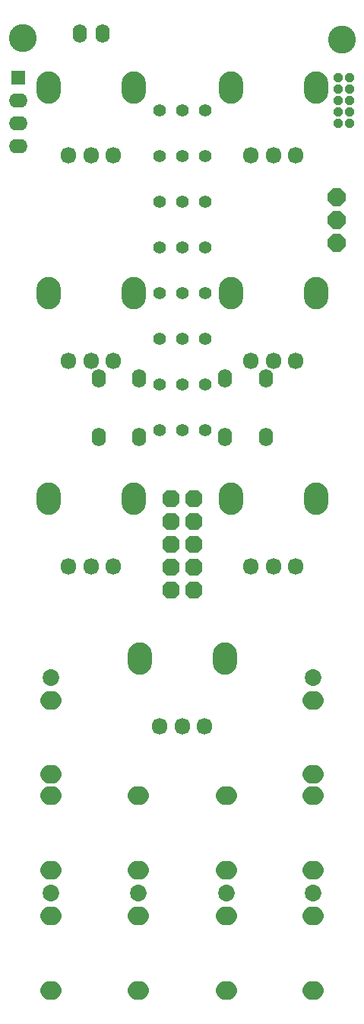
<source format=gbs>
G04 DipTrace 3.2.0.1*
G04 beehive.GBS*
%MOIN*%
G04 #@! TF.FileFunction,Soldermask,Bot*
G04 #@! TF.Part,Single*
%AMOUTLINE34*
4,1,8,
-0.039108,0.016199,
-0.016199,0.039108,
0.016199,0.039108,
0.039108,0.016199,
0.039108,-0.016199,
0.016199,-0.039108,
-0.016199,-0.039108,
-0.039108,-0.016199,
-0.039108,0.016199,
0*%
%AMOUTLINE67*
4,1,16,
-0.005451,0.0415,
-0.023051,0.037483,
-0.037527,0.025939,
-0.04556,0.009258,
-0.04556,-0.009258,
-0.037527,-0.025939,
-0.023051,-0.037483,
-0.005451,-0.0415,
0.005451,-0.0415,
0.023051,-0.037483,
0.037527,-0.025939,
0.04556,-0.009258,
0.04556,0.009258,
0.037527,0.025939,
0.023051,0.037483,
0.005451,0.0415,
-0.005451,0.0415,
0*%
%AMOUTLINE69*
4,1,8,
0.008419,0.020325,
0.020325,0.008419,
0.020325,-0.008419,
0.008419,-0.020325,
-0.008419,-0.020325,
-0.020325,-0.008419,
-0.020325,0.008419,
-0.008419,0.020325,
0.008419,0.020325,
0*%
%AMOUTLINE71*
4,1,4,
0.030163,-0.03016,
-0.030114,-0.030208,
-0.030211,0.030118,
0.030163,0.030166,
0.030163,-0.03016,
0*%
%AMOUTLINE74*
4,1,8,
-0.015816,-0.038184,
-0.038184,-0.015816,
-0.038184,0.015816,
-0.015816,0.038184,
0.015816,0.038184,
0.038184,0.015816,
0.038184,-0.015816,
0.015816,-0.038184,
-0.015816,-0.038184,
0*%
%AMOUTLINE89*
4,1,16,
0.054,0.017951,
0.048745,0.040974,
0.033733,0.0598,
0.012039,0.070247,
-0.012039,0.070247,
-0.033733,0.0598,
-0.048745,0.040974,
-0.054,0.017951,
-0.054,-0.017951,
-0.048745,-0.040974,
-0.033733,-0.0598,
-0.012039,-0.070247,
0.012039,-0.070247,
0.033733,-0.0598,
0.048745,-0.040974,
0.054,-0.017951,
0.054,0.017951,
0*%
%ADD49C,0.122047*%
%ADD59O,0.068X0.073*%
%ADD61C,0.055559*%
%ADD63O,0.082X0.062*%
%ADD65O,0.062X0.082*%
%ADD67C,0.073*%
%ADD116OUTLINE34*%
%ADD149OUTLINE67*%
%ADD151OUTLINE69*%
%ADD153OUTLINE71*%
%ADD156OUTLINE74*%
%ADD171OUTLINE89*%
%FSLAX26Y26*%
G04*
G70*
G90*
G75*
G01*
G04 BotMask*
%LPD*%
D116*
X1857273Y3714999D3*
Y3814999D3*
Y3914999D3*
D149*
X1372827Y969412D3*
Y1294412D3*
D67*
Y869412D3*
D149*
X1754078Y1712161D3*
Y1387161D3*
D67*
Y1812161D3*
D149*
X985327Y969412D3*
Y1294412D3*
D67*
Y869412D3*
D149*
X604078Y1712161D3*
Y1387161D3*
D67*
Y1812161D3*
D149*
Y969412D3*
Y1294412D3*
D67*
Y869412D3*
D149*
X1754078Y768412D3*
Y443412D3*
D67*
Y868412D3*
D149*
Y969412D3*
Y1294412D3*
D67*
Y869412D3*
D149*
X1372827Y768412D3*
Y443412D3*
D67*
Y868412D3*
D149*
X985327Y768412D3*
Y443412D3*
D67*
Y868412D3*
D149*
X604078Y768412D3*
Y443412D3*
D67*
Y868412D3*
D151*
X1913949Y4238955D3*
X1863950D3*
X1913949Y4288955D3*
X1863950D3*
X1913949Y4338955D3*
X1863950D3*
X1913949Y4388955D3*
X1863950D3*
X1913949Y4438955D3*
X1863950D3*
D65*
X729078Y4631412D3*
X829078D3*
D153*
X460327Y4439849D3*
D63*
Y4339849D3*
Y4239849D3*
Y4139849D3*
D156*
X1129078Y2593912D3*
X1229078D3*
X1129078Y2493912D3*
X1229078D3*
X1129078Y2393912D3*
X1229078D3*
X1129078Y2293912D3*
X1229078D3*
X1129078Y2193912D3*
X1229078D3*
D61*
X1179078Y4293912D3*
X1079078D3*
X1279078D3*
X1179078Y4093912D3*
X1079078D3*
X1279078D3*
X1179078Y3893912D3*
X1079078D3*
X1279078D3*
X1179078Y3693912D3*
X1079078D3*
X1279078D3*
X1179078Y3493912D3*
X1079078D3*
X1279078D3*
X1179078Y3293912D3*
X1079078D3*
X1279078D3*
X1179078Y3093912D3*
X1079078D3*
X1279078D3*
X1179078Y2893912D3*
X1079078D3*
X1279078D3*
D59*
X1677078Y4098912D3*
X1579078Y4098637D3*
X1481078Y4098912D3*
D171*
X1392078Y4393912D3*
X1766078D3*
D59*
X877078Y4098912D3*
X779078Y4098637D3*
X681078Y4098912D3*
D171*
X592078Y4393912D3*
X966078D3*
D59*
X1677078Y3198912D3*
X1579078Y3198637D3*
X1481078Y3198912D3*
D171*
X1392078Y3493912D3*
X1766078D3*
D59*
X877078Y3198912D3*
X779078Y3198637D3*
X681078Y3198912D3*
D171*
X592078Y3493912D3*
X966078D3*
D59*
X1677078Y2298912D3*
X1579078Y2298637D3*
X1481078Y2298912D3*
D171*
X1392078Y2593912D3*
X1766078D3*
D59*
X1277078Y1598912D3*
X1179078Y1598637D3*
X1081078Y1598912D3*
D171*
X992078Y1893912D3*
X1366078D3*
D59*
X877078Y2298912D3*
X779078Y2298637D3*
X681078Y2298912D3*
D171*
X592078Y2593912D3*
X966078D3*
D65*
X1545481Y2866311D3*
Y3122311D3*
X1367481Y2866311D3*
Y3122311D3*
X813176Y3121912D3*
Y2865912D3*
X991176Y3121912D3*
Y2865912D3*
D49*
X479078Y4612661D3*
X1879078Y4606411D3*
M02*

</source>
